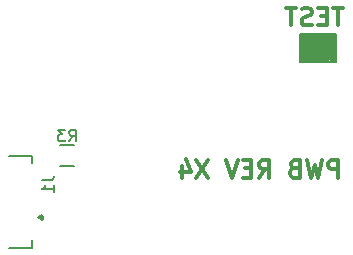
<source format=gbr>
G04 #@! TF.FileFunction,Legend,Bot*
%FSLAX46Y46*%
G04 Gerber Fmt 4.6, Leading zero omitted, Abs format (unit mm)*
G04 Created by KiCad (PCBNEW (after 2015-mar-04 BZR unknown)-product) date 8/7/2018 12:49:58 PM*
%MOMM*%
G01*
G04 APERTURE LIST*
%ADD10C,0.150000*%
%ADD11C,0.300000*%
%ADD12C,0.200000*%
%ADD13C,0.100000*%
G04 APERTURE END LIST*
D10*
D11*
X30840857Y-7306571D02*
X29983714Y-7306571D01*
X30412285Y-8806571D02*
X30412285Y-7306571D01*
X29483714Y-8020857D02*
X28983714Y-8020857D01*
X28769428Y-8806571D02*
X29483714Y-8806571D01*
X29483714Y-7306571D01*
X28769428Y-7306571D01*
X28198000Y-8735143D02*
X27983714Y-8806571D01*
X27626571Y-8806571D01*
X27483714Y-8735143D01*
X27412285Y-8663714D01*
X27340857Y-8520857D01*
X27340857Y-8378000D01*
X27412285Y-8235143D01*
X27483714Y-8163714D01*
X27626571Y-8092286D01*
X27912285Y-8020857D01*
X28055143Y-7949429D01*
X28126571Y-7878000D01*
X28198000Y-7735143D01*
X28198000Y-7592286D01*
X28126571Y-7449429D01*
X28055143Y-7378000D01*
X27912285Y-7306571D01*
X27555143Y-7306571D01*
X27340857Y-7378000D01*
X26912286Y-7306571D02*
X26055143Y-7306571D01*
X26483714Y-8806571D02*
X26483714Y-7306571D01*
D12*
X30099000Y-9652000D02*
X29972000Y-9779000D01*
X30099000Y-11811000D02*
X30099000Y-9652000D01*
X29972000Y-11811000D02*
X30099000Y-11811000D01*
X29972000Y-9525000D02*
X29972000Y-11811000D01*
X29718000Y-9525000D02*
X29972000Y-9525000D01*
X29718000Y-11684000D02*
X29718000Y-9525000D01*
X29845000Y-11811000D02*
X29718000Y-11684000D01*
X29845000Y-9525000D02*
X29845000Y-11811000D01*
X29591000Y-9525000D02*
X29845000Y-9525000D01*
X29591000Y-11811000D02*
X29591000Y-9525000D01*
X29464000Y-11938000D02*
X29591000Y-11811000D01*
X29464000Y-9652000D02*
X29464000Y-11938000D01*
X29337000Y-9525000D02*
X29464000Y-9652000D01*
X29337000Y-11811000D02*
X29337000Y-9525000D01*
X29210000Y-11811000D02*
X29337000Y-11811000D01*
X29210000Y-9525000D02*
X29210000Y-11811000D01*
X29083000Y-9525000D02*
X29210000Y-9525000D01*
X29083000Y-11811000D02*
X29083000Y-9525000D01*
X28956000Y-11811000D02*
X29083000Y-11811000D01*
X28956000Y-9525000D02*
X28956000Y-11811000D01*
X28829000Y-9525000D02*
X28956000Y-9525000D01*
X29083000Y-9525000D02*
X28829000Y-9525000D01*
X28829000Y-9525000D02*
X29083000Y-9525000D01*
X28829000Y-11811000D02*
X28829000Y-9525000D01*
X28702000Y-11811000D02*
X28829000Y-11811000D01*
X28702000Y-9525000D02*
X28702000Y-11811000D01*
X28575000Y-9525000D02*
X28702000Y-9525000D01*
X28575000Y-11811000D02*
X28575000Y-9525000D01*
X28448000Y-11938000D02*
X28575000Y-11811000D01*
X28448000Y-9525000D02*
X28448000Y-11938000D01*
X28321000Y-9525000D02*
X28448000Y-9525000D01*
X28321000Y-11811000D02*
X28321000Y-9525000D01*
X28194000Y-11811000D02*
X28321000Y-11811000D01*
X28194000Y-9525000D02*
X28194000Y-11811000D01*
X28067000Y-9525000D02*
X28194000Y-9525000D01*
X28067000Y-11938000D02*
X28067000Y-9525000D01*
X28067000Y-9525000D02*
X28067000Y-11938000D01*
X27940000Y-9525000D02*
X28067000Y-9525000D01*
X27940000Y-11811000D02*
X27940000Y-9525000D01*
X28067000Y-11811000D02*
X27940000Y-11811000D01*
X27813000Y-11811000D02*
X28067000Y-11811000D01*
X27813000Y-9525000D02*
X27813000Y-11811000D01*
X27686000Y-9525000D02*
X27813000Y-9525000D01*
X27686000Y-11938000D02*
X27686000Y-9525000D01*
X27559000Y-11811000D02*
X27686000Y-11938000D01*
X27559000Y-9525000D02*
X27559000Y-11811000D01*
X27432000Y-9525000D02*
X27559000Y-9525000D01*
X27432000Y-11811000D02*
X27432000Y-9525000D01*
X27305000Y-11938000D02*
X27432000Y-11811000D01*
X27305000Y-9525000D02*
X27305000Y-11938000D01*
X27178000Y-9525000D02*
X27305000Y-9525000D01*
X27178000Y-11938000D02*
X27178000Y-9525000D01*
X27432000Y-11938000D02*
X27178000Y-11938000D01*
X27178000Y-11938000D02*
X27432000Y-11938000D01*
X27178000Y-11684000D02*
X27178000Y-11938000D01*
X27432000Y-11938000D02*
X27178000Y-11684000D01*
X30226000Y-11938000D02*
X27432000Y-11938000D01*
X30226000Y-9525000D02*
X30226000Y-11938000D01*
X27178000Y-9525000D02*
X30226000Y-9525000D01*
D11*
X30442856Y-21698571D02*
X30442856Y-20198571D01*
X29871428Y-20198571D01*
X29728570Y-20270000D01*
X29657142Y-20341429D01*
X29585713Y-20484286D01*
X29585713Y-20698571D01*
X29657142Y-20841429D01*
X29728570Y-20912857D01*
X29871428Y-20984286D01*
X30442856Y-20984286D01*
X29085713Y-20198571D02*
X28728570Y-21698571D01*
X28442856Y-20627143D01*
X28157142Y-21698571D01*
X27799999Y-20198571D01*
X26728570Y-20912857D02*
X26514284Y-20984286D01*
X26442856Y-21055714D01*
X26371427Y-21198571D01*
X26371427Y-21412857D01*
X26442856Y-21555714D01*
X26514284Y-21627143D01*
X26657142Y-21698571D01*
X27228570Y-21698571D01*
X27228570Y-20198571D01*
X26728570Y-20198571D01*
X26585713Y-20270000D01*
X26514284Y-20341429D01*
X26442856Y-20484286D01*
X26442856Y-20627143D01*
X26514284Y-20770000D01*
X26585713Y-20841429D01*
X26728570Y-20912857D01*
X27228570Y-20912857D01*
X23728570Y-21698571D02*
X24228570Y-20984286D01*
X24585713Y-21698571D02*
X24585713Y-20198571D01*
X24014285Y-20198571D01*
X23871427Y-20270000D01*
X23799999Y-20341429D01*
X23728570Y-20484286D01*
X23728570Y-20698571D01*
X23799999Y-20841429D01*
X23871427Y-20912857D01*
X24014285Y-20984286D01*
X24585713Y-20984286D01*
X23085713Y-20912857D02*
X22585713Y-20912857D01*
X22371427Y-21698571D02*
X23085713Y-21698571D01*
X23085713Y-20198571D01*
X22371427Y-20198571D01*
X21942856Y-20198571D02*
X21442856Y-21698571D01*
X20942856Y-20198571D01*
X19442856Y-20198571D02*
X18442856Y-21698571D01*
X18442856Y-20198571D02*
X19442856Y-21698571D01*
X17228571Y-20698571D02*
X17228571Y-21698571D01*
X17585714Y-20127143D02*
X17942857Y-21198571D01*
X17014285Y-21198571D01*
D10*
X6893000Y-20687000D02*
X8093000Y-20687000D01*
X8093000Y-18937000D02*
X6893000Y-18937000D01*
X5397000Y-24849000D02*
X5397000Y-25249000D01*
X4997000Y-25049000D02*
X5397000Y-24849000D01*
X5397000Y-25249000D02*
X4997000Y-25049000D01*
X4497000Y-19849000D02*
X2597000Y-19849000D01*
X4497000Y-20449000D02*
X4497000Y-19849000D01*
X4497000Y-27649000D02*
X2597000Y-27649000D01*
X4497000Y-27649000D02*
X4497000Y-26949000D01*
X7659666Y-18613381D02*
X7993000Y-18137190D01*
X8231095Y-18613381D02*
X8231095Y-17613381D01*
X7850142Y-17613381D01*
X7754904Y-17661000D01*
X7707285Y-17708619D01*
X7659666Y-17803857D01*
X7659666Y-17946714D01*
X7707285Y-18041952D01*
X7754904Y-18089571D01*
X7850142Y-18137190D01*
X8231095Y-18137190D01*
X7326333Y-17613381D02*
X6707285Y-17613381D01*
X7040619Y-17994333D01*
X6897761Y-17994333D01*
X6802523Y-18041952D01*
X6754904Y-18089571D01*
X6707285Y-18184810D01*
X6707285Y-18422905D01*
X6754904Y-18518143D01*
X6802523Y-18565762D01*
X6897761Y-18613381D01*
X7183476Y-18613381D01*
X7278714Y-18565762D01*
X7326333Y-18518143D01*
X5349381Y-21915667D02*
X6063667Y-21915667D01*
X6206524Y-21868047D01*
X6301762Y-21772809D01*
X6349381Y-21629952D01*
X6349381Y-21534714D01*
X6349381Y-22915667D02*
X6349381Y-22344238D01*
X6349381Y-22629952D02*
X5349381Y-22629952D01*
X5492238Y-22534714D01*
X5587476Y-22439476D01*
X5635095Y-22344238D01*
D13*
X5423190Y-25191857D02*
X5423190Y-24906143D01*
X5423190Y-25049000D02*
X4923190Y-25049000D01*
X4994619Y-25001381D01*
X5042238Y-24953762D01*
X5066048Y-24906143D01*
M02*

</source>
